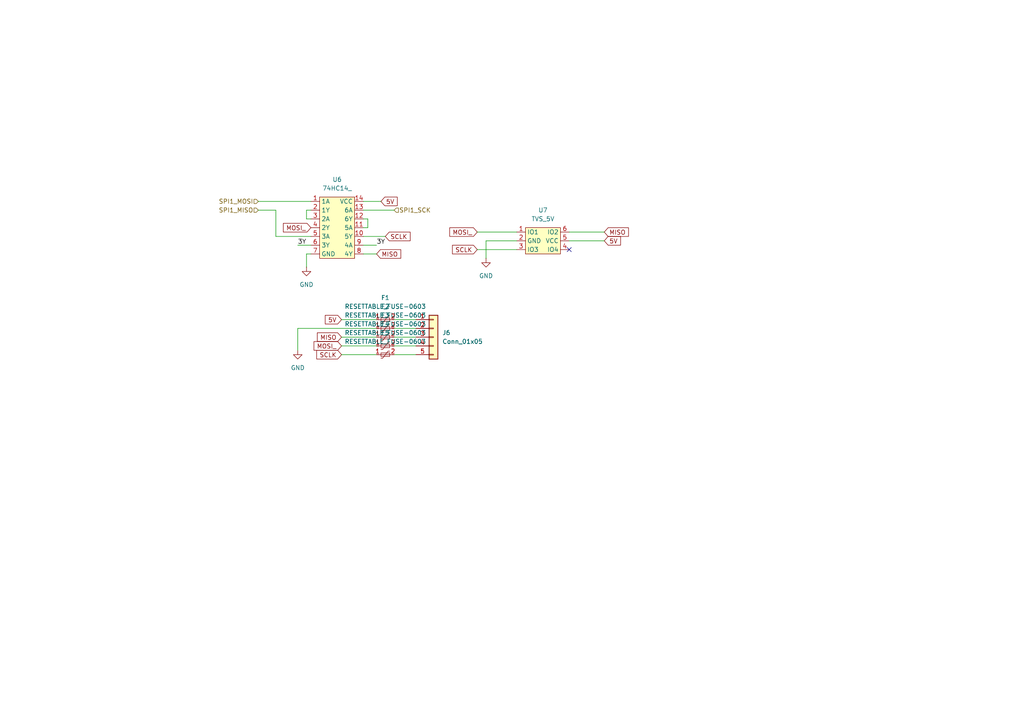
<source format=kicad_sch>
(kicad_sch (version 20250114) (generator "eeschema") (generator_version "9.0")
  (paper "A4")
  (lib_symbols
    (symbol "Connector_Generic:Conn_01x05" (pin_names (offset 1.016) (hide yes))
      (property "Reference" "J" (at 0 7.62 0))
      (property "Value" "Conn_01x05" (at 0 -7.62 0))
      (symbol "Conn_01x05_1_1"
        (rectangle (start -1.27 6.35) (end 1.27 -6.35) (stroke (width 0.254)) (fill (type background)))
        (rectangle (start -1.27 5.207) (end 0 4.953) (stroke (width 0.1524)))
        (rectangle (start -1.27 2.667) (end 0 2.413) (stroke (width 0.1524)))
        (rectangle (start -1.27 0.127) (end 0 -0.127) (stroke (width 0.1524)))
        (rectangle (start -1.27 -2.413) (end 0 -2.667) (stroke (width 0.1524)))
        (rectangle (start -1.27 -4.953) (end 0 -5.207) (stroke (width 0.1524)))
        (pin passive line (at -5.08 5.08 0) (length 3.81) (name "Pin_1") (number "1"))
        (pin passive line (at -5.08 2.54 0) (length 3.81) (name "Pin_2") (number "2"))
        (pin passive line (at -5.08 0 0) (length 3.81) (name "Pin_3") (number "3"))
        (pin passive line (at -5.08 -2.54 0) (length 3.81) (name "Pin_4") (number "4"))
        (pin passive line (at -5.08 -5.08 0) (length 3.81) (name "Pin_5") (number "5"))
      )
    )
    (symbol "User_Libraries:74HC14_"
      (property "Reference" "U" (at 0 10.668 0))
      (property "Value" "74HC14_" (at -156.21 -72.39 0))
      (symbol "74HC14__1_1"
        (rectangle (start -5.08 8.89) (end 5.08 -8.89) (fill (type background)))
        (pin input line (at -7.62 7.62 0) (length 2.54) (name "1A") (number "1"))
        (pin input line (at -7.62 5.08 0) (length 2.54) (name "1Y") (number "2"))
        (pin input line (at -7.62 2.54 0) (length 2.54) (name "2A") (number "3"))
        (pin input line (at -7.62 0 0) (length 2.54) (name "2Y") (number "4"))
        (pin input line (at -7.62 -2.54 0) (length 2.54) (name "3A") (number "5"))
        (pin input line (at -7.62 -5.08 0) (length 2.54) (name "3Y") (number "6"))
        (pin input line (at -7.62 -7.62 0) (length 2.54) (name "GND") (number "7"))
        (pin input line (at 7.62 7.62 180) (length 2.54) (name "VCC") (number "14"))
        (pin input line (at 7.62 5.08 180) (length 2.54) (name "6A") (number "13"))
        (pin input line (at 7.62 2.54 180) (length 2.54) (name "6Y") (number "12"))
        (pin input line (at 7.62 0 180) (length 2.54) (name "5A") (number "11"))
        (pin input line (at 7.62 -2.54 180) (length 2.54) (name "5Y") (number "10"))
        (pin input line (at 7.62 -5.08 180) (length 2.54) (name "4A") (number "9"))
        (pin input line (at 7.62 -7.62 180) (length 2.54) (name "4Y") (number "8"))
      )
    )
    (symbol "User_Libraries:RESETTABLE_FUSE"
      (property "Reference" "F" (at 0 2.286 0))
      (property "Value" "RESETTABLE_FUSE-0603" (at 0.254 -2.286 0))
      (symbol "RESETTABLE_FUSE_0_1"
        (polyline (pts (xy -2.54 0) (xy 2.54 0)))
        (rectangle (start -1.27 -0.508) (end 1.27 0.508))
        (polyline (pts (xy -1.27 -1.016) (xy -0.762 -1.016) (xy 0.762 1.016) (xy 1.27 1.016)))
      )
      (symbol "RESETTABLE_FUSE_1_1"
        (pin passive line (at -2.54 0 0) (length 0.635) (name "~") (number "1"))
        (pin passive line (at 2.54 0 180) (length 0.635) (name "~") (number "2"))
      )
    )
    (symbol "User_Libraries:TVS_5V"
      (property "Reference" "U" (at -0.254 5.334 0))
      (property "Value" "TVS_5V" (at 0 -5.334 0))
      (symbol "TVS_5V_1_1"
        (rectangle (start -5.08 3.81) (end 5.08 -3.81) (fill (type background)))
        (pin input line (at -7.62 2.54 0) (length 2.54) (name "IO1") (number "1"))
        (pin input line (at -7.62 0 0) (length 2.54) (name "GND") (number "2"))
        (pin input line (at -7.62 -2.54 0) (length 2.54) (name "IO3") (number "3"))
        (pin input line (at 7.62 2.54 180) (length 2.54) (name "IO2") (number "6"))
        (pin input line (at 7.62 0 180) (length 2.54) (name "VCC") (number "5"))
        (pin input line (at 7.62 -2.54 180) (length 2.54) (name "IO4") (number "4"))
      )
    )
    (symbol "power:GND" (power) (pin_numbers (hide yes)) (pin_names (offset 0) (hide yes))
      (property "Value" "GND" (at 0 -3.81 0))
      (symbol "GND_0_1"
        (polyline (pts (xy 0 0) (xy 0 -1.27) (xy 1.27 -1.27) (xy 0 -2.54) (xy -1.27 -1.27) (xy 0 -1.27)))
      )
      (symbol "GND_1_1"
        (pin power_in line (at 0 0 270) (length 0) (name "~") (number "1"))
      )
    )
  )
  (no_connect (at 165.1 72.39))
  (wire (pts (xy 88.9 73.66) (xy 90.17 73.66)))
  (wire (pts (xy 80.01 60.96) (xy 80.01 68.58)))
  (wire (pts (xy 86.36 71.12) (xy 90.17 71.12)))
  (wire (pts (xy 99.06 102.87) (xy 109.22 102.87)))
  (wire (pts (xy 105.41 73.66) (xy 109.22 73.66)))
  (wire (pts (xy 105.41 60.96) (xy 114.3 60.96)))
  (wire (pts (xy 165.1 67.31) (xy 175.26 67.31)))
  (wire (pts (xy 88.9 63.5) (xy 90.17 63.5)))
  (wire (pts (xy 114.3 95.25) (xy 120.65 95.25)))
  (wire (pts (xy 105.41 66.04) (xy 106.68 66.04)))
  (wire (pts (xy 86.36 95.25) (xy 109.22 95.25)))
  (wire (pts (xy 74.93 60.96) (xy 80.01 60.96)))
  (wire (pts (xy 165.1 69.85) (xy 175.26 69.85)))
  (wire (pts (xy 149.86 69.85) (xy 140.97 69.85)))
  (wire (pts (xy 114.3 97.79) (xy 120.65 97.79)))
  (wire (pts (xy 99.06 97.79) (xy 109.22 97.79)))
  (wire (pts (xy 74.93 58.42) (xy 90.17 58.42)))
  (wire (pts (xy 138.43 72.39) (xy 149.86 72.39)))
  (wire (pts (xy 86.36 95.25) (xy 86.36 101.6)))
  (wire (pts (xy 105.41 63.5) (xy 106.68 63.5)))
  (wire (pts (xy 99.06 92.71) (xy 109.22 92.71)))
  (wire (pts (xy 90.17 60.96) (xy 88.9 60.96)))
  (wire (pts (xy 114.3 102.87) (xy 120.65 102.87)))
  (wire (pts (xy 105.41 71.12) (xy 109.22 71.12)))
  (wire (pts (xy 114.3 92.71) (xy 120.65 92.71)))
  (wire (pts (xy 114.3 100.33) (xy 120.65 100.33)))
  (wire (pts (xy 88.9 77.47) (xy 88.9 73.66)))
  (wire (pts (xy 88.9 60.96) (xy 88.9 63.5)))
  (wire (pts (xy 138.43 67.31) (xy 149.86 67.31)))
  (wire (pts (xy 140.97 69.85) (xy 140.97 74.93)))
  (wire (pts (xy 99.06 100.33) (xy 109.22 100.33)))
  (wire (pts (xy 106.68 63.5) (xy 106.68 66.04)))
  (wire (pts (xy 80.01 68.58) (xy 90.17 68.58)))
  (wire (pts (xy 105.41 58.42) (xy 110.49 58.42)))
  (wire (pts (xy 105.41 68.58) (xy 111.76 68.58)))
  (label "3Y" (at 86.36 71.12 0))
  (label "3Y" (at 109.22 71.12 0))
  (global_label "SCLK" (shape input) (at 99.06 102.87 180) (property "Intersheetrefs" "${INTERSHEET_REFS}" (effects (hide yes))))
  (global_label "MOSI_" (shape input) (at 99.06 100.33 180) (property "Intersheetrefs" "${INTERSHEET_REFS}" (effects (hide yes))))
  (global_label "MOSI_" (shape input) (at 138.43 67.31 180) (property "Intersheetrefs" "${INTERSHEET_REFS}" (effects (hide yes))))
  (global_label "5V" (shape input) (at 175.26 69.85 0) (property "Intersheetrefs" "${INTERSHEET_REFS}" (effects (hide yes))))
  (global_label "MOSI_" (shape input) (at 90.17 66.04 180) (property "Intersheetrefs" "${INTERSHEET_REFS}" (effects (hide yes))))
  (global_label "SCLK" (shape input) (at 111.76 68.58 0) (property "Intersheetrefs" "${INTERSHEET_REFS}" (effects (hide yes))))
  (global_label "MISO" (shape input) (at 99.06 97.79 180) (property "Intersheetrefs" "${INTERSHEET_REFS}" (effects (hide yes))))
  (global_label "5V" (shape input) (at 99.06 92.71 180) (property "Intersheetrefs" "${INTERSHEET_REFS}" (effects (hide yes))))
  (global_label "MISO" (shape input) (at 175.26 67.31 0) (property "Intersheetrefs" "${INTERSHEET_REFS}" (effects (hide yes))))
  (global_label "MISO" (shape input) (at 109.22 73.66 0) (property "Intersheetrefs" "${INTERSHEET_REFS}" (effects (hide yes))))
  (global_label "SCLK" (shape input) (at 138.43 72.39 180) (property "Intersheetrefs" "${INTERSHEET_REFS}" (effects (hide yes))))
  (global_label "5V" (shape input) (at 110.49 58.42 0) (property "Intersheetrefs" "${INTERSHEET_REFS}" (effects (hide yes))))
  (hierarchical_label "SPI1_MISO" (shape input) (at 74.93 60.96 180))
  (hierarchical_label "SPI1_SCK" (shape input) (at 114.3 60.96 0))
  (hierarchical_label "SPI1_MOSI" (shape input) (at 74.93 58.42 180))
  (symbol (lib_id "power:GND") (at 88.9 77.47 0) (unit 1)
    (property "Reference" "#PWR015" (effects (hide yes)))
    (property "Value" "GND" (at 88.9 82.55 0))
    (property "Description" "Power symbol creates a global label with name \"GND\" , ground" (effects (hide yes)))
  )
  (symbol (lib_id "power:GND") (at 140.97 74.93 0) (unit 1)
    (property "Reference" "#PWR016" (effects (hide yes)))
    (property "Value" "GND" (at 140.97 80.01 0))
    (property "Description" "Power symbol creates a global label with name \"GND\" , ground" (effects (hide yes)))
  )
  (symbol (lib_id "User_Libraries:74HC14_") (at 97.79 66.04 0) (unit 1)
    (property "Reference" "U6" (at 97.79 52.07 0))
    (property "Value" "74HC14_" (at 97.79 54.61 0))
    (property "Footprint" "My_Library:74HC14_" (effects (hide yes)))
  )
  (symbol (lib_id "User_Libraries:RESETTABLE_FUSE") (at 111.76 95.25 0) (unit 1)
    (property "Reference" "F2" (at 111.76 88.9 0))
    (property "Value" "RESETTABLE_FUSE-0603" (at 111.76 91.44 0))
    (property "Footprint" "My_Library:RESETTABLE_FUSE-0603" (effects (hide yes)))
  )
  (symbol (lib_id "User_Libraries:TVS_5V") (at 157.48 69.85 0) (unit 1)
    (property "Reference" "U7" (at 157.48 60.96 0))
    (property "Value" "TVS_5V" (at 157.48 63.5 0))
    (property "Footprint" "My_Library:TVS_5V" (effects (hide yes)))
  )
  (symbol (lib_id "User_Libraries:RESETTABLE_FUSE") (at 111.76 97.79 0) (unit 1)
    (property "Reference" "F3" (at 111.76 91.44 0))
    (property "Value" "RESETTABLE_FUSE-0603" (at 111.76 93.98 0))
    (property "Footprint" "My_Library:RESETTABLE_FUSE-0603" (effects (hide yes)))
  )
  (symbol (lib_id "Connector_Generic:Conn_01x05") (at 125.73 97.79 0) (unit 1)
    (property "Reference" "J6" (at 128.27 96.5199 0) (effects (justify left)))
    (property "Value" "Conn_01x05" (at 128.27 99.0599 0) (effects (justify left)))
    (property "Footprint" "Connector_Phoenix_MC_HighVoltage:PhoenixContact_MC_1,5_5-G-5.08_1x05_P5.08mm_Horizontal" (effects (hide yes)))
    (property "Description" "Generic connector, single row, 01x05, script generated (kicad-library-utils/schlib/autogen/connector/)" (effects (hide yes)))
  )
  (symbol (lib_id "User_Libraries:RESETTABLE_FUSE") (at 111.76 100.33 0) (unit 1)
    (property "Reference" "F4" (at 111.76 93.98 0))
    (property "Value" "RESETTABLE_FUSE-0603" (at 111.76 96.52 0))
    (property "Footprint" "My_Library:RESETTABLE_FUSE-0603" (effects (hide yes)))
  )
  (symbol (lib_id "User_Libraries:RESETTABLE_FUSE") (at 111.76 92.71 0) (unit 1)
    (property "Reference" "F1" (at 111.76 86.36 0))
    (property "Value" "RESETTABLE_FUSE-0603" (at 111.76 88.9 0))
    (property "Footprint" "My_Library:RESETTABLE_FUSE-0603" (effects (hide yes)))
  )
  (symbol (lib_id "User_Libraries:RESETTABLE_FUSE") (at 111.76 102.87 0) (unit 1)
    (property "Reference" "F5" (at 111.76 96.52 0))
    (property "Value" "RESETTABLE_FUSE-0603" (at 111.76 99.06 0))
    (property "Footprint" "My_Library:RESETTABLE_FUSE-0603" (effects (hide yes)))
  )
  (symbol (lib_id "power:GND") (at 86.36 101.6 0) (unit 1)
    (property "Reference" "#PWR017" (effects (hide yes)))
    (property "Value" "GND" (at 86.36 106.68 0))
    (property "Description" "Power symbol creates a global label with name \"GND\" , ground" (effects (hide yes)))
  )
)
</source>
